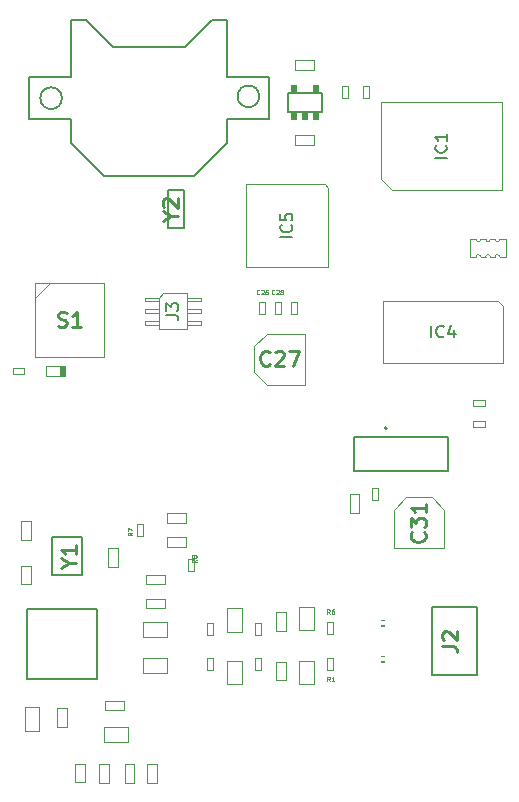
<source format=gbr>
G04 #@! TF.GenerationSoftware,KiCad,Pcbnew,(5.1.9)-1*
G04 #@! TF.CreationDate,2021-01-04T11:02:08-08:00*
G04 #@! TF.ProjectId,Plug_Pass,506c7567-5f50-4617-9373-2e6b69636164,v3.1*
G04 #@! TF.SameCoordinates,Original*
G04 #@! TF.FileFunction,Other,Fab,Top*
%FSLAX46Y46*%
G04 Gerber Fmt 4.6, Leading zero omitted, Abs format (unit mm)*
G04 Created by KiCad (PCBNEW (5.1.9)-1) date 2021-01-04 11:02:08*
%MOMM*%
%LPD*%
G01*
G04 APERTURE LIST*
%ADD10C,0.100000*%
%ADD11C,0.025000*%
%ADD12C,0.203200*%
%ADD13C,0.200000*%
%ADD14C,0.127000*%
%ADD15C,0.050000*%
%ADD16C,0.010000*%
%ADD17C,0.101600*%
%ADD18C,0.254000*%
%ADD19C,0.150000*%
%ADD20C,0.038608*%
G04 APERTURE END LIST*
D10*
X133625000Y-81584000D02*
X134895000Y-80314000D01*
X133625000Y-86564000D02*
X133625000Y-80314000D01*
X139425000Y-86564000D02*
X133625000Y-86564000D01*
X139425000Y-80314000D02*
X139425000Y-86564000D01*
X133625000Y-80314000D02*
X139425000Y-80314000D01*
X147688000Y-83827000D02*
X146438000Y-83827000D01*
X147688000Y-83527000D02*
X147688000Y-83827000D01*
X146438000Y-83527000D02*
X147688000Y-83527000D01*
X142888000Y-83827000D02*
X144138000Y-83827000D01*
X142888000Y-83527000D02*
X142888000Y-83827000D01*
X144138000Y-83527000D02*
X142888000Y-83527000D01*
X147688000Y-82827000D02*
X146438000Y-82827000D01*
X147688000Y-82527000D02*
X147688000Y-82827000D01*
X146438000Y-82527000D02*
X147688000Y-82527000D01*
X142888000Y-82827000D02*
X144138000Y-82827000D01*
X142888000Y-82527000D02*
X142888000Y-82827000D01*
X144138000Y-82527000D02*
X142888000Y-82527000D01*
X147688000Y-81827000D02*
X146438000Y-81827000D01*
X147688000Y-81527000D02*
X147688000Y-81827000D01*
X146438000Y-81527000D02*
X147688000Y-81527000D01*
X142888000Y-81827000D02*
X144138000Y-81827000D01*
X142888000Y-81527000D02*
X142888000Y-81827000D01*
X144138000Y-81527000D02*
X142888000Y-81527000D01*
X146438000Y-81177000D02*
X146438000Y-84177000D01*
X144138000Y-81527000D02*
X144488000Y-81177000D01*
X144138000Y-84177000D02*
X144138000Y-81527000D01*
X144488000Y-81177000D02*
X146438000Y-81177000D01*
X146438000Y-84177000D02*
X144138000Y-84177000D01*
G36*
X162918000Y-112291000D02*
G01*
X162918000Y-112441000D01*
X163218000Y-112441000D01*
X163218000Y-112291000D01*
X162918000Y-112291000D01*
G37*
G36*
X162918000Y-111841000D02*
G01*
X162918000Y-111991000D01*
X163218000Y-111991000D01*
X163218000Y-111841000D01*
X162918000Y-111841000D01*
G37*
D11*
X149870000Y-112284000D02*
X149870000Y-114284000D01*
X151120000Y-112284000D02*
X149870000Y-112284000D01*
X151120000Y-114284000D02*
X151120000Y-112284000D01*
X149870000Y-114284000D02*
X151120000Y-114284000D01*
X158373000Y-113022000D02*
X158873000Y-113022000D01*
X158373000Y-112022000D02*
X158373000Y-113022000D01*
X158873000Y-112022000D02*
X158373000Y-112022000D01*
X158873000Y-113022000D02*
X158873000Y-112022000D01*
D12*
X149860000Y-62865000D02*
X149860000Y-58039000D01*
X153416000Y-62865000D02*
X149860000Y-62865000D01*
X153416000Y-66421000D02*
X153416000Y-62865000D01*
X149860000Y-66421000D02*
X153416000Y-66421000D01*
X149860000Y-68453000D02*
X149860000Y-66421000D01*
X147066000Y-71247000D02*
X149860000Y-68453000D01*
X139446000Y-71247000D02*
X147066000Y-71247000D01*
X136652000Y-68453000D02*
X139446000Y-71247000D01*
X136652000Y-66421000D02*
X136652000Y-68453000D01*
X133096000Y-66421000D02*
X136652000Y-66421000D01*
X133096000Y-62865000D02*
X133096000Y-66421000D01*
X136652000Y-62865000D02*
X133096000Y-62865000D01*
X136652000Y-58039000D02*
X136652000Y-62865000D01*
X152597200Y-64489000D02*
G75*
G03*
X152597200Y-64489000I-915800J0D01*
G01*
X135892400Y-64643000D02*
G75*
G03*
X135892400Y-64643000I-915800J0D01*
G01*
X137922000Y-58039000D02*
X136652000Y-58039000D01*
X140208000Y-60325000D02*
X137922000Y-58039000D01*
X146304000Y-60325000D02*
X140208000Y-60325000D01*
X148590000Y-58039000D02*
X146304000Y-60325000D01*
X149860000Y-58039000D02*
X148590000Y-58039000D01*
D13*
X163392000Y-92599000D02*
G75*
G03*
X163392000Y-92599000I-100000J0D01*
G01*
D14*
X160592000Y-96249000D02*
X160592000Y-93349000D01*
X168592000Y-96249000D02*
X160592000Y-96249000D01*
X168592000Y-93349000D02*
X168592000Y-96249000D01*
X160592000Y-93349000D02*
X168592000Y-93349000D01*
D13*
X137560000Y-105021000D02*
X135060000Y-105021000D01*
X137560000Y-101821000D02*
X137560000Y-105021000D01*
X135060000Y-101821000D02*
X137560000Y-101821000D01*
X135060000Y-105021000D02*
X135060000Y-101821000D01*
D11*
X154428000Y-81923000D02*
X153928000Y-81923000D01*
X154428000Y-82923000D02*
X154428000Y-81923000D01*
X153928000Y-82923000D02*
X154428000Y-82923000D01*
X153928000Y-81923000D02*
X153928000Y-82923000D01*
D13*
X144892000Y-75641000D02*
X146192000Y-75641000D01*
X144892000Y-72441000D02*
X144892000Y-75641000D01*
X146192000Y-72441000D02*
X144892000Y-72441000D01*
X146192000Y-75641000D02*
X146192000Y-72441000D01*
D11*
X131707000Y-87507000D02*
X131707000Y-88007000D01*
X132707000Y-87507000D02*
X131707000Y-87507000D01*
X132707000Y-88007000D02*
X132707000Y-87507000D01*
X131707000Y-88007000D02*
X132707000Y-88007000D01*
X170696000Y-91952000D02*
X170696000Y-92452000D01*
X171696000Y-91952000D02*
X170696000Y-91952000D01*
X171696000Y-92452000D02*
X171696000Y-91952000D01*
X170696000Y-92452000D02*
X171696000Y-92452000D01*
X170696000Y-90174000D02*
X170696000Y-90674000D01*
X171696000Y-90174000D02*
X170696000Y-90174000D01*
X171696000Y-90674000D02*
X171696000Y-90174000D01*
X170696000Y-90674000D02*
X171696000Y-90674000D01*
X147062000Y-103640000D02*
X146562000Y-103640000D01*
X147062000Y-104640000D02*
X147062000Y-103640000D01*
X146562000Y-104640000D02*
X147062000Y-104640000D01*
X146562000Y-103640000D02*
X146562000Y-104640000D01*
X142744000Y-100719000D02*
X142244000Y-100719000D01*
X142744000Y-101719000D02*
X142744000Y-100719000D01*
X142244000Y-101719000D02*
X142744000Y-101719000D01*
X142244000Y-100719000D02*
X142244000Y-101719000D01*
X158373000Y-109974000D02*
X158873000Y-109974000D01*
X158373000Y-108974000D02*
X158373000Y-109974000D01*
X158873000Y-108974000D02*
X158373000Y-108974000D01*
X158873000Y-109974000D02*
X158873000Y-108974000D01*
X160143000Y-63635000D02*
X159643000Y-63635000D01*
X160143000Y-64635000D02*
X160143000Y-63635000D01*
X159643000Y-64635000D02*
X160143000Y-64635000D01*
X159643000Y-63635000D02*
X159643000Y-64635000D01*
X161921000Y-63635000D02*
X161421000Y-63635000D01*
X161921000Y-64635000D02*
X161921000Y-63635000D01*
X161421000Y-64635000D02*
X161921000Y-64635000D01*
X161421000Y-63635000D02*
X161421000Y-64635000D01*
X133975000Y-118221000D02*
X133975000Y-116221000D01*
X132725000Y-118221000D02*
X133975000Y-118221000D01*
X132725000Y-116221000D02*
X132725000Y-118221000D01*
X133975000Y-116221000D02*
X132725000Y-116221000D01*
X144764000Y-108976000D02*
X142764000Y-108976000D01*
X144764000Y-110226000D02*
X144764000Y-108976000D01*
X142764000Y-110226000D02*
X144764000Y-110226000D01*
X142764000Y-108976000D02*
X142764000Y-110226000D01*
X144764000Y-112024000D02*
X142764000Y-112024000D01*
X144764000Y-113274000D02*
X144764000Y-112024000D01*
X142764000Y-113274000D02*
X144764000Y-113274000D01*
X142764000Y-112024000D02*
X142764000Y-113274000D01*
X141462000Y-117866000D02*
X139462000Y-117866000D01*
X141462000Y-119116000D02*
X141462000Y-117866000D01*
X139462000Y-119116000D02*
X141462000Y-119116000D01*
X139462000Y-117866000D02*
X139462000Y-119116000D01*
D15*
X135987000Y-88112000D02*
X135987000Y-87402000D01*
X135777000Y-88112000D02*
X135987000Y-88112000D01*
X135777000Y-87402000D02*
X135777000Y-88112000D01*
X135987000Y-87402000D02*
X135777000Y-87402000D01*
D11*
X136000000Y-88125000D02*
X136000000Y-87390000D01*
X135765000Y-88125000D02*
X136000000Y-88125000D01*
X135765000Y-87390000D02*
X135765000Y-88125000D01*
X136000000Y-87390000D02*
X135765000Y-87390000D01*
X136012000Y-88137000D02*
X136012000Y-87377000D01*
X135752000Y-88137000D02*
X136012000Y-88137000D01*
X135752000Y-87377000D02*
X135752000Y-88137000D01*
X136012000Y-87377000D02*
X135752000Y-87377000D01*
X136182000Y-88157000D02*
X136182000Y-87357000D01*
X134582000Y-88157000D02*
X136182000Y-88157000D01*
X134582000Y-87357000D02*
X134582000Y-88157000D01*
X136182000Y-87357000D02*
X134582000Y-87357000D01*
D10*
X135962000Y-88087000D02*
X135962000Y-87427000D01*
X135802000Y-88087000D02*
X135962000Y-88087000D01*
X135802000Y-87427000D02*
X135802000Y-88087000D01*
X135962000Y-87427000D02*
X135802000Y-87427000D01*
D13*
X135912000Y-88037000D02*
X135912000Y-87477000D01*
X135852000Y-88037000D02*
X135912000Y-88037000D01*
X135852000Y-87477000D02*
X135852000Y-88037000D01*
X135912000Y-87477000D02*
X135852000Y-87477000D01*
D16*
X136022000Y-88147000D02*
X136022000Y-87367000D01*
X135742000Y-88147000D02*
X136022000Y-88147000D01*
X135742000Y-87367000D02*
X135742000Y-88147000D01*
X136022000Y-87367000D02*
X135742000Y-87367000D01*
X136027000Y-88152000D02*
X136027000Y-87362000D01*
X135737000Y-88152000D02*
X136027000Y-88152000D01*
X135737000Y-87362000D02*
X135737000Y-88152000D01*
X136027000Y-87362000D02*
X135737000Y-87362000D01*
D11*
X162183000Y-97671000D02*
X162183000Y-98671000D01*
X162183000Y-98671000D02*
X162683000Y-98671000D01*
X162683000Y-98671000D02*
X162683000Y-97671000D01*
X162683000Y-97671000D02*
X162183000Y-97671000D01*
D10*
X163966000Y-102734000D02*
X168266000Y-102734000D01*
X163966000Y-99509000D02*
X163966000Y-102734000D01*
X165041000Y-98434000D02*
X163966000Y-99509000D01*
X167191000Y-98434000D02*
X165041000Y-98434000D01*
X168266000Y-99509000D02*
X167191000Y-98434000D01*
X168266000Y-102734000D02*
X168266000Y-99509000D01*
D11*
X155325000Y-81923000D02*
X155325000Y-82923000D01*
X155325000Y-82923000D02*
X155825000Y-82923000D01*
X155825000Y-82923000D02*
X155825000Y-81923000D01*
X155825000Y-81923000D02*
X155325000Y-81923000D01*
D10*
X156455000Y-88891000D02*
X156455000Y-84591000D01*
X153230000Y-88891000D02*
X156455000Y-88891000D01*
X152155000Y-87816000D02*
X153230000Y-88891000D01*
X152155000Y-85666000D02*
X152155000Y-87816000D01*
X153230000Y-84591000D02*
X152155000Y-85666000D01*
X156455000Y-84591000D02*
X153230000Y-84591000D01*
D11*
X132442000Y-102033000D02*
X133242000Y-102033000D01*
X132442000Y-100433000D02*
X132442000Y-102033000D01*
X133242000Y-100433000D02*
X132442000Y-100433000D01*
X133242000Y-102033000D02*
X133242000Y-100433000D01*
X139808000Y-104319000D02*
X140608000Y-104319000D01*
X139808000Y-102719000D02*
X139808000Y-104319000D01*
X140608000Y-102719000D02*
X139808000Y-102719000D01*
X140608000Y-104319000D02*
X140608000Y-102719000D01*
X146356000Y-100603000D02*
X146356000Y-99803000D01*
X144756000Y-100603000D02*
X146356000Y-100603000D01*
X144756000Y-99803000D02*
X144756000Y-100603000D01*
X146356000Y-99803000D02*
X144756000Y-99803000D01*
X155650000Y-61449000D02*
X155650000Y-62249000D01*
X157250000Y-61449000D02*
X155650000Y-61449000D01*
X157250000Y-62249000D02*
X157250000Y-61449000D01*
X155650000Y-62249000D02*
X157250000Y-62249000D01*
X155650000Y-67799000D02*
X155650000Y-68599000D01*
X157250000Y-67799000D02*
X155650000Y-67799000D01*
X157250000Y-68599000D02*
X157250000Y-67799000D01*
X155650000Y-68599000D02*
X157250000Y-68599000D01*
X146356000Y-102635000D02*
X146356000Y-101835000D01*
X144756000Y-102635000D02*
X146356000Y-102635000D01*
X144756000Y-101835000D02*
X144756000Y-102635000D01*
X146356000Y-101835000D02*
X144756000Y-101835000D01*
X144578000Y-107842000D02*
X144578000Y-107042000D01*
X142978000Y-107842000D02*
X144578000Y-107842000D01*
X142978000Y-107042000D02*
X142978000Y-107842000D01*
X144578000Y-107042000D02*
X142978000Y-107042000D01*
X133242000Y-104215000D02*
X132442000Y-104215000D01*
X133242000Y-105815000D02*
X133242000Y-104215000D01*
X132442000Y-105815000D02*
X133242000Y-105815000D01*
X132442000Y-104215000D02*
X132442000Y-105815000D01*
X144578000Y-105810000D02*
X144578000Y-105010000D01*
X142978000Y-105810000D02*
X144578000Y-105810000D01*
X142978000Y-105010000D02*
X142978000Y-105810000D01*
X144578000Y-105010000D02*
X142978000Y-105010000D01*
X149870000Y-107839000D02*
X149870000Y-109839000D01*
X151120000Y-107839000D02*
X149870000Y-107839000D01*
X151120000Y-109839000D02*
X151120000Y-107839000D01*
X149870000Y-109839000D02*
X151120000Y-109839000D01*
X152777000Y-109101000D02*
X152277000Y-109101000D01*
X152777000Y-110101000D02*
X152777000Y-109101000D01*
X152277000Y-110101000D02*
X152777000Y-110101000D01*
X152277000Y-109101000D02*
X152277000Y-110101000D01*
X148213000Y-110101000D02*
X148713000Y-110101000D01*
X148213000Y-109101000D02*
X148213000Y-110101000D01*
X148713000Y-109101000D02*
X148213000Y-109101000D01*
X148713000Y-110101000D02*
X148713000Y-109101000D01*
X154832000Y-108152000D02*
X154032000Y-108152000D01*
X154832000Y-109752000D02*
X154832000Y-108152000D01*
X154032000Y-109752000D02*
X154832000Y-109752000D01*
X154032000Y-108152000D02*
X154032000Y-109752000D01*
X155966000Y-107712000D02*
X155966000Y-109712000D01*
X157216000Y-107712000D02*
X155966000Y-107712000D01*
X157216000Y-109712000D02*
X157216000Y-107712000D01*
X155966000Y-109712000D02*
X157216000Y-109712000D01*
X148213000Y-113022000D02*
X148713000Y-113022000D01*
X148213000Y-112022000D02*
X148213000Y-113022000D01*
X148713000Y-112022000D02*
X148213000Y-112022000D01*
X148713000Y-113022000D02*
X148713000Y-112022000D01*
X154832000Y-112343000D02*
X154032000Y-112343000D01*
X154832000Y-113943000D02*
X154832000Y-112343000D01*
X154032000Y-113943000D02*
X154832000Y-113943000D01*
X154032000Y-112343000D02*
X154032000Y-113943000D01*
X155966000Y-112284000D02*
X155966000Y-114284000D01*
X157216000Y-112284000D02*
X155966000Y-112284000D01*
X157216000Y-114284000D02*
X157216000Y-112284000D01*
X155966000Y-114284000D02*
X157216000Y-114284000D01*
X143110000Y-122607000D02*
X143910000Y-122607000D01*
X143110000Y-121007000D02*
X143110000Y-122607000D01*
X143910000Y-121007000D02*
X143110000Y-121007000D01*
X143910000Y-122607000D02*
X143910000Y-121007000D01*
X152777000Y-112022000D02*
X152277000Y-112022000D01*
X152777000Y-113022000D02*
X152777000Y-112022000D01*
X152277000Y-113022000D02*
X152777000Y-113022000D01*
X152277000Y-112022000D02*
X152277000Y-113022000D01*
X136290000Y-116280000D02*
X135490000Y-116280000D01*
X136290000Y-117880000D02*
X136290000Y-116280000D01*
X135490000Y-117880000D02*
X136290000Y-117880000D01*
X135490000Y-116280000D02*
X135490000Y-117880000D01*
X141205000Y-122607000D02*
X142005000Y-122607000D01*
X141205000Y-121007000D02*
X141205000Y-122607000D01*
X142005000Y-121007000D02*
X141205000Y-121007000D01*
X142005000Y-122607000D02*
X142005000Y-121007000D01*
X139046000Y-122607000D02*
X139846000Y-122607000D01*
X139046000Y-121007000D02*
X139046000Y-122607000D01*
X139846000Y-121007000D02*
X139046000Y-121007000D01*
X139846000Y-122607000D02*
X139846000Y-121007000D01*
X141149000Y-116478000D02*
X141149000Y-115678000D01*
X139549000Y-116478000D02*
X141149000Y-116478000D01*
X139549000Y-115678000D02*
X139549000Y-116478000D01*
X141149000Y-115678000D02*
X139549000Y-115678000D01*
X137814000Y-120979000D02*
X137014000Y-120979000D01*
X137814000Y-122579000D02*
X137814000Y-120979000D01*
X137014000Y-122579000D02*
X137814000Y-122579000D01*
X137014000Y-120979000D02*
X137014000Y-122579000D01*
X153100000Y-81923000D02*
X152600000Y-81923000D01*
X153100000Y-82923000D02*
X153100000Y-81923000D01*
X152600000Y-82923000D02*
X153100000Y-82923000D01*
X152600000Y-81923000D02*
X152600000Y-82923000D01*
D17*
X172958000Y-76593000D02*
X173508000Y-76593000D01*
X172158000Y-76593000D02*
X172558000Y-76593000D01*
X171358000Y-76593000D02*
X171758000Y-76593000D01*
X170408000Y-76593000D02*
X170958000Y-76593000D01*
X173508000Y-76593000D02*
X173508000Y-78093000D01*
X170408000Y-78093000D02*
X170408000Y-76593000D01*
X170958000Y-78093000D02*
X170408000Y-78093000D01*
X171758000Y-78093000D02*
X171358000Y-78093000D01*
X172558000Y-78093000D02*
X172158000Y-78093000D01*
X173508000Y-78093000D02*
X172958000Y-78093000D01*
X172958000Y-76593000D02*
G75*
G02*
X172558000Y-76593000I-200000J0D01*
G01*
X172158000Y-76593000D02*
G75*
G02*
X171758000Y-76593000I-200000J0D01*
G01*
X171358000Y-76593000D02*
G75*
G02*
X170958000Y-76593000I-200000J0D01*
G01*
X170958000Y-78093000D02*
G75*
G02*
X171358000Y-78093000I200000J0D01*
G01*
X171758000Y-78093000D02*
G75*
G02*
X172158000Y-78093000I200000J0D01*
G01*
X172558000Y-78093000D02*
G75*
G02*
X172958000Y-78093000I200000J0D01*
G01*
D10*
G36*
X162918000Y-109243000D02*
G01*
X162918000Y-109393000D01*
X163218000Y-109393000D01*
X163218000Y-109243000D01*
X162918000Y-109243000D01*
G37*
G36*
X162918000Y-108793000D02*
G01*
X162918000Y-108943000D01*
X163218000Y-108943000D01*
X163218000Y-108793000D01*
X162918000Y-108793000D01*
G37*
D13*
X167208000Y-113492000D02*
X171058000Y-113492000D01*
X167208000Y-107742000D02*
X167208000Y-113492000D01*
X171058000Y-107742000D02*
X167208000Y-107742000D01*
X171058000Y-113492000D02*
X171058000Y-107742000D01*
D10*
X158440000Y-78938000D02*
X151440000Y-78938000D01*
X151440000Y-71938000D02*
X151440000Y-78938000D01*
X158140000Y-71938000D02*
X158440000Y-72238000D01*
X158440000Y-72238000D02*
X158440000Y-78938000D01*
X158140000Y-71938000D02*
X151440000Y-71938000D01*
X173248000Y-87105000D02*
X163048000Y-87105000D01*
X163048000Y-87105000D02*
X163048000Y-81805000D01*
X173248000Y-82280000D02*
X172773000Y-81805000D01*
X173248000Y-82280000D02*
X173248000Y-87105000D01*
X172773000Y-81805000D02*
X163048000Y-81805000D01*
G36*
X155264000Y-64174000D02*
G01*
X155764000Y-64174000D01*
X155764000Y-63524000D01*
X155264000Y-63524000D01*
X155264000Y-64174000D01*
G37*
G36*
X157164000Y-64174000D02*
G01*
X157664000Y-64174000D01*
X157664000Y-63524000D01*
X157164000Y-63524000D01*
X157164000Y-64174000D01*
G37*
G36*
X157164000Y-66524000D02*
G01*
X157664000Y-66524000D01*
X157664000Y-65874000D01*
X157164000Y-65874000D01*
X157164000Y-66524000D01*
G37*
G36*
X156214000Y-66524000D02*
G01*
X156714000Y-66524000D01*
X156714000Y-65874000D01*
X156214000Y-65874000D01*
X156214000Y-66524000D01*
G37*
G36*
X155264000Y-66524000D02*
G01*
X155764000Y-66524000D01*
X155764000Y-65874000D01*
X155264000Y-65874000D01*
X155264000Y-66524000D01*
G37*
D12*
X155041600Y-64213600D02*
X157886400Y-64213600D01*
X155041600Y-65834400D02*
X155041600Y-64213600D01*
X157886400Y-65834400D02*
X155041600Y-65834400D01*
X157886400Y-64213600D02*
X157886400Y-65834400D01*
X132940000Y-107921000D02*
X132940000Y-113821000D01*
X138840000Y-107921000D02*
X132940000Y-107921000D01*
X138840000Y-113821000D02*
X138840000Y-107921000D01*
X138840000Y-113821000D02*
X132940000Y-113821000D01*
D10*
X163871000Y-72457000D02*
X162871000Y-71457000D01*
X173171000Y-72457000D02*
X163871000Y-72457000D01*
X173171000Y-64957000D02*
X173171000Y-72457000D01*
X162871000Y-64957000D02*
X173171000Y-64957000D01*
X162871000Y-71457000D02*
X162871000Y-64957000D01*
D11*
X160255000Y-99747000D02*
X161055000Y-99747000D01*
X160255000Y-98147000D02*
X160255000Y-99747000D01*
X161055000Y-98147000D02*
X160255000Y-98147000D01*
X161055000Y-99747000D02*
X161055000Y-98147000D01*
D18*
X135557380Y-83953047D02*
X135738809Y-84013523D01*
X136041190Y-84013523D01*
X136162142Y-83953047D01*
X136222619Y-83892571D01*
X136283095Y-83771619D01*
X136283095Y-83650666D01*
X136222619Y-83529714D01*
X136162142Y-83469238D01*
X136041190Y-83408761D01*
X135799285Y-83348285D01*
X135678333Y-83287809D01*
X135617857Y-83227333D01*
X135557380Y-83106380D01*
X135557380Y-82985428D01*
X135617857Y-82864476D01*
X135678333Y-82804000D01*
X135799285Y-82743523D01*
X136101666Y-82743523D01*
X136283095Y-82804000D01*
X137492619Y-84013523D02*
X136766904Y-84013523D01*
X137129761Y-84013523D02*
X137129761Y-82743523D01*
X137008809Y-82924952D01*
X136887857Y-83045904D01*
X136766904Y-83106380D01*
D19*
X144740380Y-83010333D02*
X145454666Y-83010333D01*
X145597523Y-83057952D01*
X145692761Y-83153190D01*
X145740380Y-83296047D01*
X145740380Y-83391285D01*
X144740380Y-82629380D02*
X144740380Y-82010333D01*
X145121333Y-82343666D01*
X145121333Y-82200809D01*
X145168952Y-82105571D01*
X145216571Y-82057952D01*
X145311809Y-82010333D01*
X145549904Y-82010333D01*
X145645142Y-82057952D01*
X145692761Y-82105571D01*
X145740380Y-82200809D01*
X145740380Y-82486523D01*
X145692761Y-82581761D01*
X145645142Y-82629380D01*
D20*
X158579636Y-114027615D02*
X158450942Y-113843767D01*
X158359019Y-114027615D02*
X158359019Y-113641535D01*
X158506097Y-113641535D01*
X158542866Y-113659920D01*
X158561251Y-113678304D01*
X158579636Y-113715074D01*
X158579636Y-113770228D01*
X158561251Y-113806998D01*
X158542866Y-113825382D01*
X158506097Y-113843767D01*
X158359019Y-113843767D01*
X158947331Y-114027615D02*
X158726714Y-114027615D01*
X158837022Y-114027615D02*
X158837022Y-113641535D01*
X158800253Y-113696689D01*
X158763483Y-113733459D01*
X158726714Y-113751843D01*
D18*
X136479761Y-104025761D02*
X137084523Y-104025761D01*
X135814523Y-104449095D02*
X136479761Y-104025761D01*
X135814523Y-103602428D01*
X137084523Y-102513857D02*
X137084523Y-103239571D01*
X137084523Y-102876714D02*
X135814523Y-102876714D01*
X135995952Y-102997666D01*
X136116904Y-103118619D01*
X136177380Y-103239571D01*
D20*
X153880636Y-81224845D02*
X153862251Y-81243230D01*
X153807097Y-81261615D01*
X153770327Y-81261615D01*
X153715173Y-81243230D01*
X153678403Y-81206460D01*
X153660019Y-81169691D01*
X153641634Y-81096152D01*
X153641634Y-81040998D01*
X153660019Y-80967459D01*
X153678403Y-80930689D01*
X153715173Y-80893920D01*
X153770327Y-80875535D01*
X153807097Y-80875535D01*
X153862251Y-80893920D01*
X153880636Y-80912304D01*
X154027714Y-80912304D02*
X154046099Y-80893920D01*
X154082868Y-80875535D01*
X154174792Y-80875535D01*
X154211561Y-80893920D01*
X154229946Y-80912304D01*
X154248331Y-80949074D01*
X154248331Y-80985843D01*
X154229946Y-81040998D01*
X154009329Y-81261615D01*
X154248331Y-81261615D01*
X154468948Y-81040998D02*
X154432179Y-81022613D01*
X154413794Y-81004228D01*
X154395409Y-80967459D01*
X154395409Y-80949074D01*
X154413794Y-80912304D01*
X154432179Y-80893920D01*
X154468948Y-80875535D01*
X154542487Y-80875535D01*
X154579257Y-80893920D01*
X154597641Y-80912304D01*
X154616026Y-80949074D01*
X154616026Y-80967459D01*
X154597641Y-81004228D01*
X154579257Y-81022613D01*
X154542487Y-81040998D01*
X154468948Y-81040998D01*
X154432179Y-81059382D01*
X154413794Y-81077767D01*
X154395409Y-81114537D01*
X154395409Y-81188076D01*
X154413794Y-81224845D01*
X154432179Y-81243230D01*
X154468948Y-81261615D01*
X154542487Y-81261615D01*
X154579257Y-81243230D01*
X154597641Y-81224845D01*
X154616026Y-81188076D01*
X154616026Y-81114537D01*
X154597641Y-81077767D01*
X154579257Y-81059382D01*
X154542487Y-81040998D01*
D18*
X145086761Y-74645761D02*
X145691523Y-74645761D01*
X144421523Y-75069095D02*
X145086761Y-74645761D01*
X144421523Y-74222428D01*
X144542476Y-73859571D02*
X144482000Y-73799095D01*
X144421523Y-73678142D01*
X144421523Y-73375761D01*
X144482000Y-73254809D01*
X144542476Y-73194333D01*
X144663428Y-73133857D01*
X144784380Y-73133857D01*
X144965809Y-73194333D01*
X145691523Y-73920047D01*
X145691523Y-73133857D01*
D20*
X147293614Y-103706328D02*
X147109766Y-103835021D01*
X147293614Y-103926945D02*
X146907534Y-103926945D01*
X146907534Y-103779867D01*
X146925919Y-103743098D01*
X146944303Y-103724713D01*
X146981073Y-103706328D01*
X147036227Y-103706328D01*
X147072997Y-103724713D01*
X147091381Y-103743098D01*
X147109766Y-103779867D01*
X147109766Y-103926945D01*
X147072997Y-103485711D02*
X147054612Y-103522480D01*
X147036227Y-103540865D01*
X146999458Y-103559250D01*
X146981073Y-103559250D01*
X146944303Y-103540865D01*
X146925919Y-103522480D01*
X146907534Y-103485711D01*
X146907534Y-103412172D01*
X146925919Y-103375402D01*
X146944303Y-103357018D01*
X146981073Y-103338633D01*
X146999458Y-103338633D01*
X147036227Y-103357018D01*
X147054612Y-103375402D01*
X147072997Y-103412172D01*
X147072997Y-103485711D01*
X147091381Y-103522480D01*
X147109766Y-103540865D01*
X147146536Y-103559250D01*
X147220075Y-103559250D01*
X147256844Y-103540865D01*
X147275229Y-103522480D01*
X147293614Y-103485711D01*
X147293614Y-103412172D01*
X147275229Y-103375402D01*
X147256844Y-103357018D01*
X147220075Y-103338633D01*
X147146536Y-103338633D01*
X147109766Y-103357018D01*
X147091381Y-103375402D01*
X147072997Y-103412172D01*
X141840615Y-101431329D02*
X141656767Y-101560022D01*
X141840615Y-101651946D02*
X141454535Y-101651946D01*
X141454535Y-101504868D01*
X141472920Y-101468099D01*
X141491304Y-101449714D01*
X141528074Y-101431329D01*
X141583228Y-101431329D01*
X141619998Y-101449714D01*
X141638382Y-101468099D01*
X141656767Y-101504868D01*
X141656767Y-101651946D01*
X141454535Y-101302636D02*
X141454535Y-101045249D01*
X141840615Y-101210712D01*
X158579636Y-108312615D02*
X158450942Y-108128767D01*
X158359019Y-108312615D02*
X158359019Y-107926535D01*
X158506097Y-107926535D01*
X158542866Y-107944920D01*
X158561251Y-107963304D01*
X158579636Y-108000074D01*
X158579636Y-108055228D01*
X158561251Y-108091998D01*
X158542866Y-108110382D01*
X158506097Y-108128767D01*
X158359019Y-108128767D01*
X158910561Y-107926535D02*
X158837022Y-107926535D01*
X158800253Y-107944920D01*
X158781868Y-107963304D01*
X158745099Y-108018459D01*
X158726714Y-108091998D01*
X158726714Y-108239076D01*
X158745099Y-108275845D01*
X158763483Y-108294230D01*
X158800253Y-108312615D01*
X158873792Y-108312615D01*
X158910561Y-108294230D01*
X158928946Y-108275845D01*
X158947331Y-108239076D01*
X158947331Y-108147152D01*
X158928946Y-108110382D01*
X158910561Y-108091998D01*
X158873792Y-108073613D01*
X158800253Y-108073613D01*
X158763483Y-108091998D01*
X158745099Y-108110382D01*
X158726714Y-108147152D01*
D18*
X166569571Y-101400428D02*
X166630047Y-101460904D01*
X166690523Y-101642333D01*
X166690523Y-101763285D01*
X166630047Y-101944714D01*
X166509095Y-102065666D01*
X166388142Y-102126142D01*
X166146238Y-102186619D01*
X165964809Y-102186619D01*
X165722904Y-102126142D01*
X165601952Y-102065666D01*
X165481000Y-101944714D01*
X165420523Y-101763285D01*
X165420523Y-101642333D01*
X165481000Y-101460904D01*
X165541476Y-101400428D01*
X165420523Y-100977095D02*
X165420523Y-100190904D01*
X165904333Y-100614238D01*
X165904333Y-100432809D01*
X165964809Y-100311857D01*
X166025285Y-100251380D01*
X166146238Y-100190904D01*
X166448619Y-100190904D01*
X166569571Y-100251380D01*
X166630047Y-100311857D01*
X166690523Y-100432809D01*
X166690523Y-100795666D01*
X166630047Y-100916619D01*
X166569571Y-100977095D01*
X166690523Y-98981380D02*
X166690523Y-99707095D01*
X166690523Y-99344238D02*
X165420523Y-99344238D01*
X165601952Y-99465190D01*
X165722904Y-99586142D01*
X165783380Y-99707095D01*
X153488571Y-87194571D02*
X153428095Y-87255047D01*
X153246666Y-87315523D01*
X153125714Y-87315523D01*
X152944285Y-87255047D01*
X152823333Y-87134095D01*
X152762857Y-87013142D01*
X152702380Y-86771238D01*
X152702380Y-86589809D01*
X152762857Y-86347904D01*
X152823333Y-86226952D01*
X152944285Y-86106000D01*
X153125714Y-86045523D01*
X153246666Y-86045523D01*
X153428095Y-86106000D01*
X153488571Y-86166476D01*
X153972380Y-86166476D02*
X154032857Y-86106000D01*
X154153809Y-86045523D01*
X154456190Y-86045523D01*
X154577142Y-86106000D01*
X154637619Y-86166476D01*
X154698095Y-86287428D01*
X154698095Y-86408380D01*
X154637619Y-86589809D01*
X153911904Y-87315523D01*
X154698095Y-87315523D01*
X155121428Y-86045523D02*
X155968095Y-86045523D01*
X155423809Y-87315523D01*
D20*
X152610636Y-81224845D02*
X152592251Y-81243230D01*
X152537097Y-81261615D01*
X152500327Y-81261615D01*
X152445173Y-81243230D01*
X152408403Y-81206460D01*
X152390019Y-81169691D01*
X152371634Y-81096152D01*
X152371634Y-81040998D01*
X152390019Y-80967459D01*
X152408403Y-80930689D01*
X152445173Y-80893920D01*
X152500327Y-80875535D01*
X152537097Y-80875535D01*
X152592251Y-80893920D01*
X152610636Y-80912304D01*
X152757714Y-80912304D02*
X152776099Y-80893920D01*
X152812868Y-80875535D01*
X152904792Y-80875535D01*
X152941561Y-80893920D01*
X152959946Y-80912304D01*
X152978331Y-80949074D01*
X152978331Y-80985843D01*
X152959946Y-81040998D01*
X152739329Y-81261615D01*
X152978331Y-81261615D01*
X153309257Y-80875535D02*
X153235718Y-80875535D01*
X153198948Y-80893920D01*
X153180563Y-80912304D01*
X153143794Y-80967459D01*
X153125409Y-81040998D01*
X153125409Y-81188076D01*
X153143794Y-81224845D01*
X153162179Y-81243230D01*
X153198948Y-81261615D01*
X153272487Y-81261615D01*
X153309257Y-81243230D01*
X153327641Y-81224845D01*
X153346026Y-81188076D01*
X153346026Y-81096152D01*
X153327641Y-81059382D01*
X153309257Y-81040998D01*
X153272487Y-81022613D01*
X153198948Y-81022613D01*
X153162179Y-81040998D01*
X153143794Y-81059382D01*
X153125409Y-81096152D01*
D18*
X168087523Y-111040333D02*
X168994666Y-111040333D01*
X169176095Y-111100809D01*
X169297047Y-111221761D01*
X169357523Y-111403190D01*
X169357523Y-111524142D01*
X168208476Y-110496047D02*
X168148000Y-110435571D01*
X168087523Y-110314619D01*
X168087523Y-110012238D01*
X168148000Y-109891285D01*
X168208476Y-109830809D01*
X168329428Y-109770333D01*
X168450380Y-109770333D01*
X168631809Y-109830809D01*
X169357523Y-110556523D01*
X169357523Y-109770333D01*
D19*
X155392380Y-76414190D02*
X154392380Y-76414190D01*
X155297142Y-75366571D02*
X155344761Y-75414190D01*
X155392380Y-75557047D01*
X155392380Y-75652285D01*
X155344761Y-75795142D01*
X155249523Y-75890380D01*
X155154285Y-75938000D01*
X154963809Y-75985619D01*
X154820952Y-75985619D01*
X154630476Y-75938000D01*
X154535238Y-75890380D01*
X154440000Y-75795142D01*
X154392380Y-75652285D01*
X154392380Y-75557047D01*
X154440000Y-75414190D01*
X154487619Y-75366571D01*
X154392380Y-74461809D02*
X154392380Y-74938000D01*
X154868571Y-74985619D01*
X154820952Y-74938000D01*
X154773333Y-74842761D01*
X154773333Y-74604666D01*
X154820952Y-74509428D01*
X154868571Y-74461809D01*
X154963809Y-74414190D01*
X155201904Y-74414190D01*
X155297142Y-74461809D01*
X155344761Y-74509428D01*
X155392380Y-74604666D01*
X155392380Y-74842761D01*
X155344761Y-74938000D01*
X155297142Y-74985619D01*
X167171809Y-84907380D02*
X167171809Y-83907380D01*
X168219428Y-84812142D02*
X168171809Y-84859761D01*
X168028952Y-84907380D01*
X167933714Y-84907380D01*
X167790857Y-84859761D01*
X167695619Y-84764523D01*
X167648000Y-84669285D01*
X167600380Y-84478809D01*
X167600380Y-84335952D01*
X167648000Y-84145476D01*
X167695619Y-84050238D01*
X167790857Y-83955000D01*
X167933714Y-83907380D01*
X168028952Y-83907380D01*
X168171809Y-83955000D01*
X168219428Y-84002619D01*
X169076571Y-84240714D02*
X169076571Y-84907380D01*
X168838476Y-83859761D02*
X168600380Y-84574047D01*
X169219428Y-84574047D01*
X168473380Y-69683190D02*
X167473380Y-69683190D01*
X168378142Y-68635571D02*
X168425761Y-68683190D01*
X168473380Y-68826047D01*
X168473380Y-68921285D01*
X168425761Y-69064142D01*
X168330523Y-69159380D01*
X168235285Y-69207000D01*
X168044809Y-69254619D01*
X167901952Y-69254619D01*
X167711476Y-69207000D01*
X167616238Y-69159380D01*
X167521000Y-69064142D01*
X167473380Y-68921285D01*
X167473380Y-68826047D01*
X167521000Y-68683190D01*
X167568619Y-68635571D01*
X168473380Y-67683190D02*
X168473380Y-68254619D01*
X168473380Y-67968904D02*
X167473380Y-67968904D01*
X167616238Y-68064142D01*
X167711476Y-68159380D01*
X167759095Y-68254619D01*
M02*

</source>
